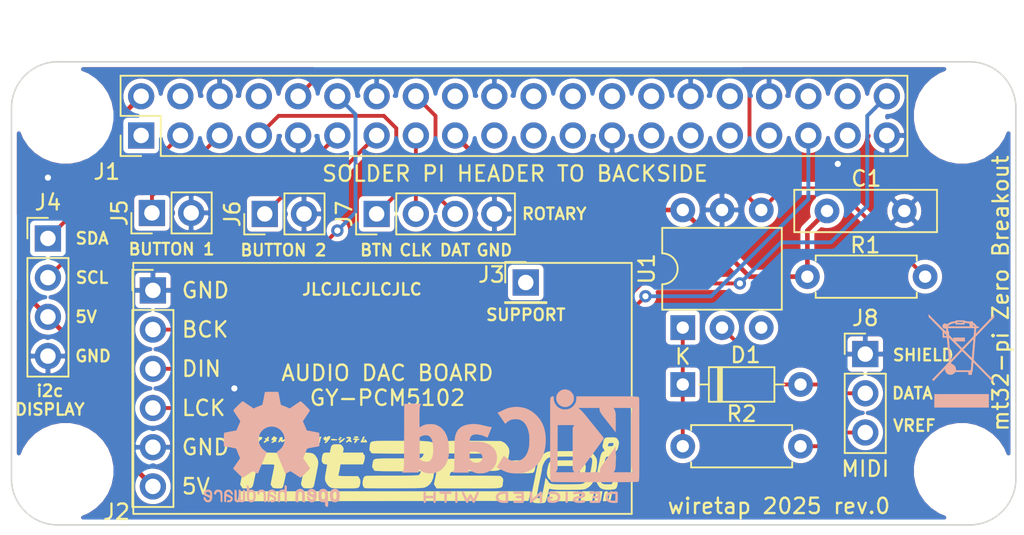
<source format=kicad_pcb>
(kicad_pcb (version 20171130) (host pcbnew "(5.1.6)-1")
  (layers (0 F.Cu signal) (31 B.Cu signal) (34 B.Paste user) (35 F.Paste user) (36 B.SilkS user) (37 F.SilkS user) (38 B.Mask user) (39 F.Mask user) (44 Edge.Cuts user))
  (net 0 "")
  (net 1 +3V3)
  (net 2 +5V)
  (net 3 GND)
  (net 4 MIDI_IN)
  (net 5 "Net-(D1-Pad1)")
  (net 6 "Net-(D1-Pad2)")
  (net 7 SDA)
  (net 8 SCL)
  (net 9 ENC_BTN)
  (net 10 BCK)
  (net 11 ENC_CLK)
  (net 12 ENC_DAT)
  (net 13 LCK)
  (net 14 DIN)
  (net 15 "Net-(J8-Pad3)")
  (net 16 BTN1)
  (net 17 BTN2)
  (module Symbol:WEEE-Logo_4.2x6mm_SilkScreen (layer B.Cu) (at 179.5145 88.392 180)
    (fp_text reference REF** hide)
    (fp_text value WEEE-Logo_4.2x6mm_SilkScreen hide)
  )
  (module Symbol:KiCad-Logo2_6mm_SilkScreen (layer B.Cu) (at 151.003 93.218 180)
    (fp_text reference REF** hide)
    (fp_text value KiCad-Logo2_6mm_SilkScreen hide)
  )
  (module Symbol:OSHW-Logo2_9.8x8mm_SilkScreen (layer B.Cu) (at 134.874 94.107 180)
    (fp_text reference REF** hide)
    (fp_text value OSHW-Logo2_9.8x8mm_SilkScreen hide)
  )
  (module SamacSys_Parts:mt32-pi (layer F.Cu) (at 145.161 95.377)
    (fp_text reference G*** hide)
    (fp_text value LOGO hide)
  )
  (module RPi_Hat:RPi_Hat_Mounting_Hole (layer F.Cu) (at 179.537 95.5135)
    (fp_text reference "" hide)
    (fp_text value "" hide)
    (pad "" np_thru_hole circle (at 0 0) (size 2.75 2.75) (drill 2.75) (layers *.Cu *.Mask) (clearance 1.725))
  )
  (module RPi_Hat:RPi_Hat_Mounting_Hole (layer F.Cu) (at 121.537 95.5135)
    (fp_text reference "" hide)
    (fp_text value "" hide)
    (pad "" np_thru_hole circle (at 0 0) (size 2.75 2.75) (drill 2.75) (layers *.Cu *.Mask) (clearance 1.725))
  )
  (module RPi_Hat:RPi_Hat_Mounting_Hole (layer F.Cu) (at 121.537 72.5135)
    (fp_text reference "" hide)
    (fp_text value "" hide)
    (pad "" np_thru_hole circle (at 0 0) (size 2.75 2.75) (drill 2.75) (layers *.Cu *.Mask) (clearance 1.725))
  )
  (module RPi_Hat:RPi_Hat_Mounting_Hole (layer F.Cu) (at 179.537 72.5135)
    (fp_text reference "" hide)
    (fp_text value "" hide)
    (pad "" np_thru_hole circle (at 0 0) (size 2.75 2.75) (drill 2.75) (layers *.Cu *.Mask) (clearance 1.725))
  )
  (module Connector_PinHeader_2.54mm:PinHeader_2x20_P2.54mm_Vertical (layer F.Cu) (at 126.4285 73.787 90)
    (fp_text reference J1 (at -2.3495 -2.2225 180) (layer F.SilkS))
    (fp_text value Raspberry_Pi_0_2_3)
    (pad 1 thru_hole rect (at 0 0 90) (size 1.7 1.7) (drill 1) (layers *.Cu *.Mask))
    (pad 2 thru_hole oval (at 2.54 0 90) (size 1.7 1.7) (drill 1) (layers *.Cu *.Mask) (net 2 +5V))
    (pad 3 thru_hole oval (at 0 2.54 90) (size 1.7 1.7) (drill 1) (layers *.Cu *.Mask) (net 7 SDA))
    (pad 4 thru_hole oval (at 2.54 2.54 90) (size 1.7 1.7) (drill 1) (layers *.Cu *.Mask))
    (pad 5 thru_hole oval (at 0 5.08 90) (size 1.7 1.7) (drill 1) (layers *.Cu *.Mask) (net 8 SCL))
    (pad 6 thru_hole oval (at 2.54 5.08 90) (size 1.7 1.7) (drill 1) (layers *.Cu *.Mask) (net 3 GND))
    (pad 7 thru_hole oval (at 0 7.62 90) (size 1.7 1.7) (drill 1) (layers *.Cu *.Mask) (net 9 ENC_BTN))
    (pad 8 thru_hole oval (at 2.54 7.62 90) (size 1.7 1.7) (drill 1) (layers *.Cu *.Mask))
    (pad 9 thru_hole oval (at 0 10.16 90) (size 1.7 1.7) (drill 1) (layers *.Cu *.Mask) (net 3 GND))
    (pad 10 thru_hole oval (at 2.54 10.16 90) (size 1.7 1.7) (drill 1) (layers *.Cu *.Mask) (net 4 MIDI_IN))
    (pad 11 thru_hole oval (at 0 12.7 90) (size 1.7 1.7) (drill 1) (layers *.Cu *.Mask) (net 16 BTN1))
    (pad 12 thru_hole oval (at 2.54 12.7 90) (size 1.7 1.7) (drill 1) (layers *.Cu *.Mask) (net 10 BCK))
    (pad 13 thru_hole oval (at 0 15.24 90) (size 1.7 1.7) (drill 1) (layers *.Cu *.Mask) (net 17 BTN2))
    (pad 14 thru_hole oval (at 2.54 15.24 90) (size 1.7 1.7) (drill 1) (layers *.Cu *.Mask) (net 3 GND))
    (pad 15 thru_hole oval (at 0 17.78 90) (size 1.7 1.7) (drill 1) (layers *.Cu *.Mask) (net 11 ENC_CLK))
    (pad 16 thru_hole oval (at 2.54 17.78 90) (size 1.7 1.7) (drill 1) (layers *.Cu *.Mask) (net 12 ENC_DAT))
    (pad 17 thru_hole oval (at 0 20.32 90) (size 1.7 1.7) (drill 1) (layers *.Cu *.Mask) (net 1 +3V3))
    (pad 18 thru_hole oval (at 2.54 20.32 90) (size 1.7 1.7) (drill 1) (layers *.Cu *.Mask))
    (pad 19 thru_hole oval (at 0 22.86 90) (size 1.7 1.7) (drill 1) (layers *.Cu *.Mask))
    (pad 20 thru_hole oval (at 2.54 22.86 90) (size 1.7 1.7) (drill 1) (layers *.Cu *.Mask) (net 3 GND))
    (pad 21 thru_hole oval (at 0 25.4 90) (size 1.7 1.7) (drill 1) (layers *.Cu *.Mask))
    (pad 22 thru_hole oval (at 2.54 25.4 90) (size 1.7 1.7) (drill 1) (layers *.Cu *.Mask))
    (pad 23 thru_hole oval (at 0 27.94 90) (size 1.7 1.7) (drill 1) (layers *.Cu *.Mask))
    (pad 24 thru_hole oval (at 2.54 27.94 90) (size 1.7 1.7) (drill 1) (layers *.Cu *.Mask))
    (pad 25 thru_hole oval (at 0 30.48 90) (size 1.7 1.7) (drill 1) (layers *.Cu *.Mask) (net 3 GND))
    (pad 26 thru_hole oval (at 2.54 30.48 90) (size 1.7 1.7) (drill 1) (layers *.Cu *.Mask))
    (pad 27 thru_hole oval (at 0 33.02 90) (size 1.7 1.7) (drill 1) (layers *.Cu *.Mask))
    (pad 28 thru_hole oval (at 2.54 33.02 90) (size 1.7 1.7) (drill 1) (layers *.Cu *.Mask))
    (pad 29 thru_hole oval (at 0 35.56 90) (size 1.7 1.7) (drill 1) (layers *.Cu *.Mask))
    (pad 30 thru_hole oval (at 2.54 35.56 90) (size 1.7 1.7) (drill 1) (layers *.Cu *.Mask) (net 3 GND))
    (pad 31 thru_hole oval (at 0 38.1 90) (size 1.7 1.7) (drill 1) (layers *.Cu *.Mask))
    (pad 32 thru_hole oval (at 2.54 38.1 90) (size 1.7 1.7) (drill 1) (layers *.Cu *.Mask))
    (pad 33 thru_hole oval (at 0 40.64 90) (size 1.7 1.7) (drill 1) (layers *.Cu *.Mask))
    (pad 34 thru_hole oval (at 2.54 40.64 90) (size 1.7 1.7) (drill 1) (layers *.Cu *.Mask) (net 3 GND))
    (pad 35 thru_hole oval (at 0 43.18 90) (size 1.7 1.7) (drill 1) (layers *.Cu *.Mask) (net 13 LCK))
    (pad 36 thru_hole oval (at 2.54 43.18 90) (size 1.7 1.7) (drill 1) (layers *.Cu *.Mask))
    (pad 37 thru_hole oval (at 0 45.72 90) (size 1.7 1.7) (drill 1) (layers *.Cu *.Mask))
    (pad 38 thru_hole oval (at 2.54 45.72 90) (size 1.7 1.7) (drill 1) (layers *.Cu *.Mask))
    (pad 39 thru_hole oval (at 0 48.26 90) (size 1.7 1.7) (drill 1) (layers *.Cu *.Mask) (net 3 GND))
    (pad 40 thru_hole oval (at 2.54 48.26 90) (size 1.7 1.7) (drill 1) (layers *.Cu *.Mask) (net 14 DIN))
  )
  (module Connector_PinHeader_2.54mm:PinHeader_1x06_P2.54mm_Vertical (layer F.Cu) (at 127.1905 83.82)
    (fp_text reference J2 (at -2.3495 14.351) (layer F.SilkS))
    (fp_text value "DAC Board")
    (pad 1 thru_hole rect (at 0 0) (size 1.7 1.7) (drill 1) (layers *.Cu *.Mask) (net 3 GND))
    (pad 2 thru_hole oval (at 0 2.54) (size 1.7 1.7) (drill 1) (layers *.Cu *.Mask) (net 10 BCK))
    (pad 3 thru_hole oval (at 0 5.08) (size 1.7 1.7) (drill 1) (layers *.Cu *.Mask) (net 14 DIN))
    (pad 4 thru_hole oval (at 0 7.62) (size 1.7 1.7) (drill 1) (layers *.Cu *.Mask) (net 13 LCK))
    (pad 5 thru_hole oval (at 0 10.16) (size 1.7 1.7) (drill 1) (layers *.Cu *.Mask) (net 3 GND))
    (pad 6 thru_hole oval (at 0 12.7) (size 1.7 1.7) (drill 1) (layers *.Cu *.Mask) (net 2 +5V))
  )
  (module Connector_PinHeader_2.54mm:PinHeader_1x01_P2.54mm_Vertical (layer F.Cu) (at 151.3205 83.312)
    (fp_text reference J3 (at -2.2225 -0.508) (layer F.SilkS))
    (fp_text value SUPPORT)
    (pad 1 thru_hole rect (at 0 0) (size 1.7 1.7) (drill 1) (layers *.Cu *.Mask))
  )
  (module Capacitor_THT:C_Disc_D9.0mm_W2.5mm_P5.00mm (layer F.Cu) (at 170.815 78.6765)
    (fp_text reference C1 (at 2.54 -2.0955) (layer F.SilkS))
    (fp_text value 100nF)
    (pad 1 thru_hole circle (at 0 0) (size 1.6 1.6) (drill 0.8) (layers *.Cu *.Mask) (net 1 +3V3))
    (pad 2 thru_hole circle (at 5 0) (size 1.6 1.6) (drill 0.8) (layers *.Cu *.Mask) (net 3 GND))
  )
  (module Diode_THT:D_DO-35_SOD27_P7.62mm_Horizontal (layer F.Cu) (at 161.4805 89.916)
    (fp_text reference D1 (at 4.064 -1.905) (layer F.SilkS))
    (fp_text value 1N4148)
    (fp_text user K (at 0 -1.8) (layer F.SilkS))
    (pad 1 thru_hole rect (at 0 0) (size 1.6 1.6) (drill 0.8) (layers *.Cu *.Mask) (net 5 "Net-(D1-Pad1)"))
    (pad 2 thru_hole oval (at 7.62 0) (size 1.6 1.6) (drill 0.8) (layers *.Cu *.Mask) (net 6 "Net-(D1-Pad2)"))
  )
  (module Connector_PinHeader_2.54mm:PinHeader_1x04_P2.54mm_Vertical (layer F.Cu) (at 120.396 80.4545)
    (fp_text reference J4 (at 0 -2.33) (layer F.SilkS))
    (fp_text value DISPLAY)
    (pad 1 thru_hole rect (at 0 0) (size 1.7 1.7) (drill 1) (layers *.Cu *.Mask) (net 7 SDA))
    (pad 2 thru_hole oval (at 0 2.54) (size 1.7 1.7) (drill 1) (layers *.Cu *.Mask) (net 8 SCL))
    (pad 3 thru_hole oval (at 0 5.08) (size 1.7 1.7) (drill 1) (layers *.Cu *.Mask) (net 2 +5V))
    (pad 4 thru_hole oval (at 0 7.62) (size 1.7 1.7) (drill 1) (layers *.Cu *.Mask) (net 3 GND))
  )
  (module Connector_PinHeader_2.54mm:PinHeader_1x02_P2.54mm_Vertical (layer F.Cu) (at 127.127 78.8035 90)
    (fp_text reference J5 (at 0 -2.0955 90) (layer F.SilkS))
    (fp_text value "BUTTON 1")
    (pad 1 thru_hole rect (at 0 0 90) (size 1.7 1.7) (drill 1) (layers *.Cu *.Mask) (net 16 BTN1))
    (pad 2 thru_hole oval (at 0 2.54 90) (size 1.7 1.7) (drill 1) (layers *.Cu *.Mask) (net 3 GND))
  )
  (module Connector_PinHeader_2.54mm:PinHeader_1x02_P2.54mm_Vertical (layer F.Cu) (at 134.4295 78.867 90)
    (fp_text reference J6 (at 0 -2.0955 90) (layer F.SilkS))
    (fp_text value "BUTTON 2")
    (pad 2 thru_hole oval (at 0 2.54 90) (size 1.7 1.7) (drill 1) (layers *.Cu *.Mask) (net 3 GND))
    (pad 1 thru_hole rect (at 0 0 90) (size 1.7 1.7) (drill 1) (layers *.Cu *.Mask) (net 17 BTN2))
  )
  (module Connector_PinHeader_2.54mm:PinHeader_1x04_P2.54mm_Vertical (layer F.Cu) (at 141.6685 78.867 90)
    (fp_text reference J7 (at 0 -2.0955 90) (layer F.SilkS))
    (fp_text value ROTARY)
    (pad 4 thru_hole oval (at 0 7.62 90) (size 1.7 1.7) (drill 1) (layers *.Cu *.Mask) (net 3 GND))
    (pad 3 thru_hole oval (at 0 5.08 90) (size 1.7 1.7) (drill 1) (layers *.Cu *.Mask) (net 12 ENC_DAT))
    (pad 2 thru_hole oval (at 0 2.54 90) (size 1.7 1.7) (drill 1) (layers *.Cu *.Mask) (net 11 ENC_CLK))
    (pad 1 thru_hole rect (at 0 0 90) (size 1.7 1.7) (drill 1) (layers *.Cu *.Mask) (net 9 ENC_BTN))
  )
  (module Connector_PinHeader_2.54mm:PinHeader_1x03_P2.54mm_Vertical (layer F.Cu) (at 173.2915 87.9475)
    (fp_text reference J8 (at 0 -2.33) (layer F.SilkS))
    (fp_text value MIDI)
    (pad 1 thru_hole rect (at 0 0) (size 1.7 1.7) (drill 1) (layers *.Cu *.Mask) (net 3 GND))
    (pad 2 thru_hole oval (at 0 2.54) (size 1.7 1.7) (drill 1) (layers *.Cu *.Mask) (net 6 "Net-(D1-Pad2)"))
    (pad 3 thru_hole oval (at 0 5.08) (size 1.7 1.7) (drill 1) (layers *.Cu *.Mask) (net 15 "Net-(J8-Pad3)"))
  )
  (module Resistor_THT:R_Axial_DIN0207_L6.3mm_D2.5mm_P7.62mm_Horizontal (layer F.Cu) (at 169.545 82.931)
    (fp_text reference R1 (at 3.7465 -2.032) (layer F.SilkS))
    (fp_text value 1k)
    (pad 1 thru_hole circle (at 0 0) (size 1.6 1.6) (drill 0.8) (layers *.Cu *.Mask) (net 1 +3V3))
    (pad 2 thru_hole oval (at 7.62 0) (size 1.6 1.6) (drill 0.8) (layers *.Cu *.Mask) (net 4 MIDI_IN))
  )
  (module Resistor_THT:R_Axial_DIN0207_L6.3mm_D2.5mm_P7.62mm_Horizontal (layer F.Cu) (at 161.4805 93.9165)
    (fp_text reference R2 (at 3.81 -2.0955) (layer F.SilkS))
    (fp_text value 220)
    (pad 2 thru_hole oval (at 7.62 0) (size 1.6 1.6) (drill 0.8) (layers *.Cu *.Mask) (net 15 "Net-(J8-Pad3)"))
    (pad 1 thru_hole circle (at 0 0) (size 1.6 1.6) (drill 0.8) (layers *.Cu *.Mask) (net 5 "Net-(D1-Pad1)"))
  )
  (module Package_DIP:DIP-6_W7.62mm (layer F.Cu) (at 161.4805 86.233 90)
    (fp_text reference U1 (at 3.81 -2.33 90) (layer F.SilkS))
    (fp_text value H11L1)
    (pad 1 thru_hole rect (at 0 0 90) (size 1.6 1.6) (drill 0.8) (layers *.Cu *.Mask) (net 5 "Net-(D1-Pad1)"))
    (pad 4 thru_hole oval (at 7.62 5.08 90) (size 1.6 1.6) (drill 0.8) (layers *.Cu *.Mask) (net 4 MIDI_IN))
    (pad 2 thru_hole oval (at 0 2.54 90) (size 1.6 1.6) (drill 0.8) (layers *.Cu *.Mask) (net 6 "Net-(D1-Pad2)"))
    (pad 5 thru_hole oval (at 7.62 2.54 90) (size 1.6 1.6) (drill 0.8) (layers *.Cu *.Mask) (net 3 GND))
    (pad 3 thru_hole oval (at 0 5.08 90) (size 1.6 1.6) (drill 0.8) (layers *.Cu *.Mask))
    (pad 6 thru_hole oval (at 7.62 0 90) (size 1.6 1.6) (drill 0.8) (layers *.Cu *.Mask) (net 1 +3V3))
  )
  (gr_text JLCJLCJLCJLC (at 140.716 83.7565) (layer F.SilkS) (effects (font (size 0.75 0.75))))
  (gr_text "i2c\nDISPLAY" (at 120.523 90.932) (layer F.SilkS) (effects (font (size 0.75 0.75))))
  (gr_text "mt32-pi Zero Breakout" (at 182.0545 84.0105 90) (layer F.SilkS) (effects (font (size 1 1))))
  (gr_text MIDI (at 173.2915 95.377) (layer F.SilkS) (effects (font (size 1 1))))
  (gr_text "wiretap 2025 rev.0" (at 167.7035 97.79) (layer F.SilkS) (effects (font (size 1 1))))
  (gr_text VREF (at 176.4665 92.583) (layer F.SilkS) (effects (font (size 0.75 0.75))))
  (gr_text DATA (at 176.3395 90.4875) (layer F.SilkS) (effects (font (size 0.75 0.75))))
  (gr_text SHIELD (at 177.038 88.011) (layer F.SilkS) (effects (font (size 0.75 0.75))))
  (gr_text "BUTTON 2" (at 135.636 81.2165) (layer F.SilkS) (effects (font (size 0.75 0.75))))
  (gr_text "BUTTON 1" (at 128.397 81.153) (layer F.SilkS) (effects (font (size 0.75 0.75))))
  (gr_text ROTARY (at 153.162 78.867) (layer F.SilkS) (effects (font (size 0.75 0.75))))
  (gr_text GND (at 149.2885 81.2165) (layer F.SilkS) (effects (font (size 0.75 0.75))))
  (gr_text DAT (at 146.7485 81.2165) (layer F.SilkS) (effects (font (size 0.75 0.75))))
  (gr_text CLK (at 144.2085 81.2165) (layer F.SilkS) (effects (font (size 0.75 0.75))))
  (gr_text BTN (at 141.6685 81.2165) (layer F.SilkS) (effects (font (size 0.75 0.75))))
  (gr_text GND (at 123.317 88.0745) (layer F.SilkS) (effects (font (size 0.75 0.75))))
  (gr_text 5V (at 122.8725 85.5345) (layer F.SilkS) (effects (font (size 0.75 0.75))))
  (gr_text SCL (at 123.2535 82.9945) (layer F.SilkS) (effects (font (size 0.75 0.75))))
  (gr_text SDA (at 123.2535 80.4545) (layer F.SilkS) (effects (font (size 0.75 0.75))))
  (gr_text SUPPORT (at 151.3205 85.4075) (layer F.SilkS) (effects (font (size 0.75 0.75))))
  (gr_text 5V (at 128.9685 96.52) (layer F.SilkS) (effects (font (size 1 1)) (justify left)))
  (gr_text GND (at 128.9685 93.98) (layer F.SilkS) (effects (font (size 1 1)) (justify left)))
  (gr_text LCK (at 128.9685 91.44) (layer F.SilkS) (effects (font (size 1 1)) (justify left)))
  (gr_text DIN (at 128.9685 88.9) (layer F.SilkS) (effects (font (size 1 1)) (justify left)))
  (gr_text BCK (at 128.9685 86.36) (layer F.SilkS) (effects (font (size 1 1)) (justify left)))
  (gr_text GND (at 128.9685 83.82) (layer F.SilkS) (effects (font (size 1 1)) (justify left)))
  (gr_text "AUDIO DAC BOARD\nGY-PCM5102" (at 142.367 89.9795) (layer F.SilkS) (effects (font (size 1 1))))
  (gr_line (start 125.9205 82.042) (end 158.1785 82.042) (layer F.SilkS) (width 0.12))
  (gr_line (start 158.1785 82.042) (end 158.1785 98.298) (layer F.SilkS) (width 0.12))
  (gr_line (start 158.1785 98.298) (end 125.9205 98.298) (layer F.SilkS) (width 0.12))
  (gr_line (start 125.9205 98.298) (end 125.9205 82.042) (layer F.SilkS) (width 0.12))
  (gr_text "SOLDER PI HEADER TO BACKSIDE" (at 150.622 76.2635) (layer F.SilkS) (effects (font (size 1 1))))
  (gr_line (start 121.037 99.0135) (end 180.037 99.0135) (angle 90) (layer Edge.Cuts) (width 0.1))
  (gr_line (start 118.037 72.0135) (end 118.037 96.0135) (layer Edge.Cuts) (width 0.1))
  (gr_arc (start 121.037 96.0135) (end 121.037 99.0135) (angle 90) (layer Edge.Cuts) (width 0.1))
  (gr_arc (start 180.037 96.0135) (end 183.037 96.0135) (angle 90) (layer Edge.Cuts) (width 0.1))
  (gr_arc (start 121.037 72.0135) (end 118.037 72.0135) (angle 90) (layer Edge.Cuts) (width 0.1))
  (gr_line (start 121.037 69.0135) (end 180.037 69.0135) (angle 90) (layer Edge.Cuts) (width 0.1))
  (gr_arc (start 180.037 72.0135) (end 180.037 69.0135) (angle 90) (layer Edge.Cuts) (width 0.1))
  (gr_line (start 183.037 72.0135) (end 183.037 96.0135) (angle 90) (layer Edge.Cuts) (width 0.1))
  (segment (start 151.5745 78.613) (end 146.7485 73.787) (width 0.3) (layer F.Cu) (net 1))
  (segment (start 161.4805 78.613) (end 151.5745 78.613) (width 0.3) (layer F.Cu) (net 1))
  (segment (start 165.7985 82.931) (end 169.545 82.931) (width 0.3) (layer F.Cu) (net 1))
  (segment (start 161.4805 78.613) (end 165.7985 82.931) (width 0.3) (layer F.Cu) (net 1))
  (segment (start 169.545 79.9465) (end 170.815 78.6765) (width 0.3) (layer F.Cu) (net 1))
  (segment (start 169.545 82.931) (end 169.545 79.9465) (width 0.3) (layer F.Cu) (net 1))
  (segment (start 125.095 72.5805) (end 126.4285 71.247) (width 0.3) (layer F.Cu) (net 2))
  (segment (start 125.095 74.041) (end 125.095 72.5805) (width 0.3) (layer F.Cu) (net 2))
  (segment (start 120.4595 78.6765) (end 125.095 74.041) (width 0.3) (layer F.Cu) (net 2))
  (segment (start 118.872 84.0105) (end 118.872 79.375) (width 0.3) (layer F.Cu) (net 2))
  (segment (start 120.396 85.5345) (end 118.872 84.0105) (width 0.3) (layer F.Cu) (net 2))
  (segment (start 118.872 79.375) (end 119.5705 78.6765) (width 0.3) (layer F.Cu) (net 2))
  (segment (start 119.5705 78.6765) (end 120.4595 78.6765) (width 0.3) (layer F.Cu) (net 2))
  (segment (start 120.396 85.5345) (end 125.5395 90.678) (width 0.3) (layer F.Cu) (net 2))
  (segment (start 125.5395 94.869) (end 127.1905 96.52) (width 0.3) (layer F.Cu) (net 2))
  (segment (start 125.5395 90.678) (end 125.5395 94.869) (width 0.3) (layer F.Cu) (net 2))
  (via (at 120.396 76.5175) (size 0.8) (drill 0.4) (layers F.Cu B.Cu) (net 3))
  (via (at 132.461 90.17) (size 0.8) (drill 0.4) (layers F.Cu B.Cu) (net 3))
  (via (at 171.5135 75.6285) (size 0.8) (drill 0.4) (layers F.Cu B.Cu) (net 3))
  (segment (start 177.165 82.931) (end 171.45 77.216) (width 0.25) (layer F.Cu) (net 4))
  (segment (start 167.9575 77.216) (end 166.5605 78.613) (width 0.25) (layer F.Cu) (net 4))
  (segment (start 171.45 77.216) (end 167.9575 77.216) (width 0.25) (layer F.Cu) (net 4))
  (segment (start 137.9855 69.85) (end 136.5885 71.247) (width 0.25) (layer F.Cu) (net 4))
  (segment (start 164.973 69.85) (end 137.9855 69.85) (width 0.25) (layer F.Cu) (net 4))
  (segment (start 166.5605 78.613) (end 165.7985 77.851) (width 0.25) (layer F.Cu) (net 4))
  (segment (start 165.7985 70.6755) (end 164.973 69.85) (width 0.25) (layer F.Cu) (net 4))
  (segment (start 165.7985 77.851) (end 165.7985 70.6755) (width 0.25) (layer F.Cu) (net 4))
  (segment (start 161.4805 86.233) (end 161.4805 89.916) (width 0.25) (layer F.Cu) (net 5))
  (segment (start 161.4805 89.916) (end 161.4805 93.9165) (width 0.25) (layer F.Cu) (net 5))
  (segment (start 167.7035 89.916) (end 169.1005 89.916) (width 0.25) (layer F.Cu) (net 6))
  (segment (start 164.0205 86.233) (end 167.7035 89.916) (width 0.25) (layer F.Cu) (net 6))
  (segment (start 169.1005 89.916) (end 170.6245 89.916) (width 0.25) (layer F.Cu) (net 6))
  (segment (start 171.196 90.4875) (end 173.2915 90.4875) (width 0.25) (layer F.Cu) (net 6))
  (segment (start 170.6245 89.916) (end 171.196 90.4875) (width 0.25) (layer F.Cu) (net 6))
  (segment (start 127.381 75.3745) (end 128.9685 73.787) (width 0.25) (layer F.Cu) (net 7))
  (segment (start 120.396 80.4545) (end 125.476 75.3745) (width 0.25) (layer F.Cu) (net 7))
  (segment (start 125.476 75.3745) (end 127.381 75.3745) (width 0.25) (layer F.Cu) (net 7))
  (segment (start 125.78799 75.82451) (end 129.470991 75.824509) (width 0.25) (layer F.Cu) (net 8))
  (segment (start 120.396 82.9945) (end 121.888955 81.501545) (width 0.25) (layer F.Cu) (net 8))
  (segment (start 129.470991 75.824509) (end 131.5085 73.787) (width 0.25) (layer F.Cu) (net 8))
  (segment (start 121.888955 79.723545) (end 125.78799 75.82451) (width 0.25) (layer F.Cu) (net 8))
  (segment (start 121.888955 81.501545) (end 121.888955 79.723545) (width 0.25) (layer F.Cu) (net 8))
  (segment (start 142.9385 73.317998) (end 142.9385 77.597) (width 0.25) (layer F.Cu) (net 9))
  (segment (start 142.9385 77.597) (end 141.6685 78.867) (width 0.25) (layer F.Cu) (net 9))
  (segment (start 142.137502 72.517) (end 142.9385 73.317998) (width 0.25) (layer F.Cu) (net 9))
  (segment (start 134.0485 73.787) (end 135.3185 72.517) (width 0.25) (layer F.Cu) (net 9))
  (segment (start 135.3185 72.517) (end 142.137502 72.517) (width 0.25) (layer F.Cu) (net 9))
  (via (at 139.1285 79.9465) (size 0.8) (drill 0.4) (layers F.Cu B.Cu) (net 10))
  (segment (start 140.303501 78.771499) (end 140.303501 72.422001) (width 0.25) (layer B.Cu) (net 10))
  (segment (start 140.303501 72.422001) (end 139.1285 71.247) (width 0.25) (layer B.Cu) (net 10))
  (segment (start 139.1285 79.9465) (end 140.303501 78.771499) (width 0.25) (layer B.Cu) (net 10))
  (segment (start 132.715 86.36) (end 139.1285 79.9465) (width 0.25) (layer F.Cu) (net 10))
  (segment (start 127.1905 86.36) (end 132.715 86.36) (width 0.25) (layer F.Cu) (net 10))
  (segment (start 144.2085 78.867) (end 144.2085 73.787) (width 0.25) (layer F.Cu) (net 11))
  (segment (start 145.4785 72.517) (end 144.2085 71.247) (width 0.25) (layer F.Cu) (net 12))
  (segment (start 146.7485 78.867) (end 145.4785 77.597) (width 0.25) (layer F.Cu) (net 12))
  (segment (start 145.4785 77.597) (end 145.4785 72.517) (width 0.25) (layer F.Cu) (net 12))
  (via (at 159.0675 84.201) (size 0.8) (drill 0.4) (layers F.Cu B.Cu) (net 13))
  (segment (start 127.1905 91.44) (end 151.8285 91.44) (width 0.25) (layer F.Cu) (net 13))
  (segment (start 151.8285 91.44) (end 159.0675 84.201) (width 0.25) (layer F.Cu) (net 13))
  (segment (start 159.0675 84.201) (end 163.322 84.201) (width 0.25) (layer B.Cu) (net 13))
  (segment (start 169.6085 77.9145) (end 169.6085 73.787) (width 0.25) (layer B.Cu) (net 13))
  (segment (start 163.322 84.201) (end 169.6085 77.9145) (width 0.25) (layer B.Cu) (net 13))
  (segment (start 158.824764 83.370734) (end 165.177572 83.370734) (width 0.25) (layer F.Cu) (net 14))
  (via (at 165.177572 83.370734) (size 0.8) (drill 0.4) (layers F.Cu B.Cu) (net 14))
  (segment (start 127.1905 88.9) (end 153.295498 88.9) (width 0.25) (layer F.Cu) (net 14))
  (segment (start 153.295498 88.9) (end 158.824764 83.370734) (width 0.25) (layer F.Cu) (net 14))
  (segment (start 173.4185 72.517) (end 174.6885 71.247) (width 0.25) (layer B.Cu) (net 14))
  (segment (start 165.177572 83.370734) (end 167.839806 80.7085) (width 0.25) (layer B.Cu) (net 14))
  (segment (start 173.4185 78.359) (end 173.4185 72.517) (width 0.25) (layer B.Cu) (net 14))
  (segment (start 171.069 80.7085) (end 173.4185 78.359) (width 0.25) (layer B.Cu) (net 14))
  (segment (start 167.839806 80.7085) (end 171.069 80.7085) (width 0.25) (layer B.Cu) (net 14))
  (segment (start 169.1005 93.9165) (end 170.2435 93.9165) (width 0.25) (layer F.Cu) (net 15))
  (segment (start 171.1325 93.0275) (end 173.2915 93.0275) (width 0.25) (layer F.Cu) (net 15))
  (segment (start 170.2435 93.9165) (end 171.1325 93.0275) (width 0.25) (layer F.Cu) (net 15))
  (segment (start 128.555982 76.274518) (end 136.640982 76.274518) (width 0.25) (layer F.Cu) (net 16))
  (segment (start 127.127 77.7035) (end 128.555982 76.274518) (width 0.25) (layer F.Cu) (net 16))
  (segment (start 136.640982 76.274518) (end 139.1285 73.787) (width 0.25) (layer F.Cu) (net 16))
  (segment (start 127.127 78.8035) (end 127.127 77.7035) (width 0.25) (layer F.Cu) (net 16))
  (segment (start 138.684 76.7715) (end 141.6685 73.787) (width 0.25) (layer F.Cu) (net 17))
  (segment (start 134.4295 78.867) (end 136.525 76.7715) (width 0.25) (layer F.Cu) (net 17))
  (segment (start 136.525 76.7715) (end 138.684 76.7715) (width 0.25) (layer F.Cu) (net 17))
  (zone (net 3) (net_name GND) (layer F.Cu) (connect_pads (clearance 0.3)) (min_thickness 0.254) (fill yes (arc_segments 32) (thermal_gap 0.3) (thermal_bridge_width 0.3))
    (polygon (pts (xy 183.5785 99.6315) (xy 117.475 99.6315) (xy 117.475 68.5165) (xy 183.5785 68.5165)))
  )
  (zone (net 3) (net_name GND) (layer B.Cu) (connect_pads (clearance 0.3)) (min_thickness 0.254) (fill yes (arc_segments 32) (thermal_gap 0.3) (thermal_bridge_width 0.3))
    (polygon (pts (xy 183.5785 99.6315) (xy 117.475 99.6315) (xy 117.475 68.5165) (xy 183.5785 68.5165)))
  )
)
</source>
